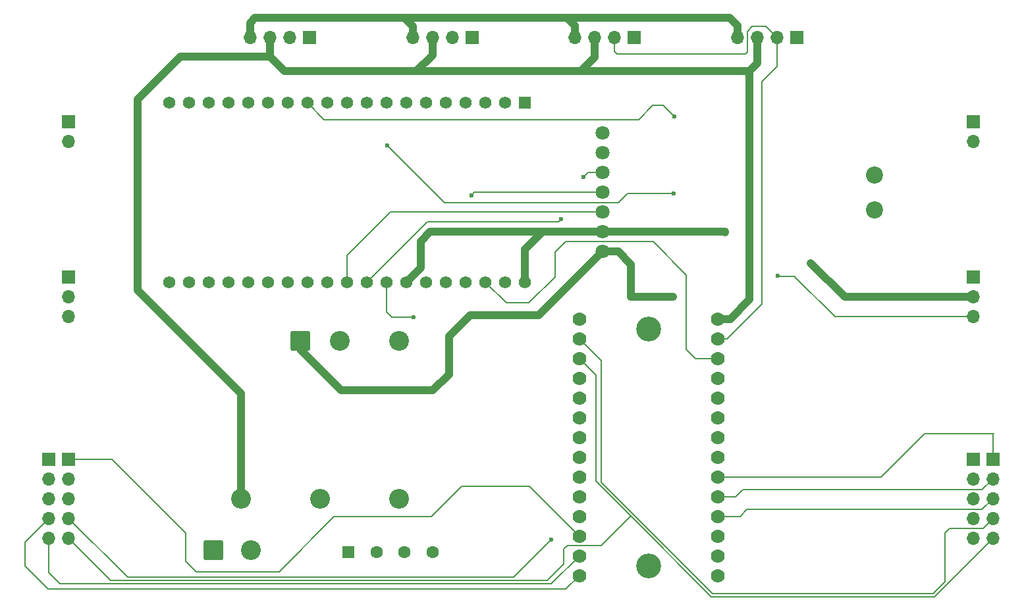
<source format=gbr>
%TF.GenerationSoftware,KiCad,Pcbnew,8.0.6*%
%TF.CreationDate,2025-03-25T20:17:01-07:00*%
%TF.ProjectId,Dash Main,44617368-204d-4616-996e-2e6b69636164,rev?*%
%TF.SameCoordinates,Original*%
%TF.FileFunction,Copper,L2,Bot*%
%TF.FilePolarity,Positive*%
%FSLAX46Y46*%
G04 Gerber Fmt 4.6, Leading zero omitted, Abs format (unit mm)*
G04 Created by KiCad (PCBNEW 8.0.6) date 2025-03-25 20:17:01*
%MOMM*%
%LPD*%
G01*
G04 APERTURE LIST*
G04 Aperture macros list*
%AMRoundRect*
0 Rectangle with rounded corners*
0 $1 Rounding radius*
0 $2 $3 $4 $5 $6 $7 $8 $9 X,Y pos of 4 corners*
0 Add a 4 corners polygon primitive as box body*
4,1,4,$2,$3,$4,$5,$6,$7,$8,$9,$2,$3,0*
0 Add four circle primitives for the rounded corners*
1,1,$1+$1,$2,$3*
1,1,$1+$1,$4,$5*
1,1,$1+$1,$6,$7*
1,1,$1+$1,$8,$9*
0 Add four rect primitives between the rounded corners*
20,1,$1+$1,$2,$3,$4,$5,0*
20,1,$1+$1,$4,$5,$6,$7,0*
20,1,$1+$1,$6,$7,$8,$9,0*
20,1,$1+$1,$8,$9,$2,$3,0*%
G04 Aperture macros list end*
%TA.AperFunction,ComponentPad*%
%ADD10R,1.700000X1.700000*%
%TD*%
%TA.AperFunction,ComponentPad*%
%ADD11O,1.700000X1.700000*%
%TD*%
%TA.AperFunction,ComponentPad*%
%ADD12R,1.560000X1.560000*%
%TD*%
%TA.AperFunction,ComponentPad*%
%ADD13C,1.560000*%
%TD*%
%TA.AperFunction,ComponentPad*%
%ADD14C,1.778000*%
%TD*%
%TA.AperFunction,ComponentPad*%
%ADD15C,3.200000*%
%TD*%
%TA.AperFunction,ComponentPad*%
%ADD16C,1.800000*%
%TD*%
%TA.AperFunction,ComponentPad*%
%ADD17C,2.200000*%
%TD*%
%TA.AperFunction,ComponentPad*%
%ADD18RoundRect,0.249999X-1.025001X-1.025001X1.025001X-1.025001X1.025001X1.025001X-1.025001X1.025001X0*%
%TD*%
%TA.AperFunction,ComponentPad*%
%ADD19C,2.550000*%
%TD*%
%TA.AperFunction,ComponentPad*%
%ADD20RoundRect,0.250000X-0.550000X-0.550000X0.550000X-0.550000X0.550000X0.550000X-0.550000X0.550000X0*%
%TD*%
%TA.AperFunction,ComponentPad*%
%ADD21C,1.600000*%
%TD*%
%TA.AperFunction,ComponentPad*%
%ADD22RoundRect,0.249999X1.025001X1.025001X-1.025001X1.025001X-1.025001X-1.025001X1.025001X-1.025001X0*%
%TD*%
%TA.AperFunction,ViaPad*%
%ADD23C,0.600000*%
%TD*%
%TA.AperFunction,Conductor*%
%ADD24C,1.000000*%
%TD*%
%TA.AperFunction,Conductor*%
%ADD25C,0.200000*%
%TD*%
G04 APERTURE END LIST*
D10*
%TO.P,J11-1,1,Pin_1*%
%TO.N,A0*%
X190615000Y-82567500D03*
D11*
%TO.P,J11-1,2,Pin_2*%
%TO.N,A1*%
X190615000Y-85107500D03*
%TO.P,J11-1,3,Pin_3*%
%TO.N,A2*%
X190615000Y-87647500D03*
%TO.P,J11-1,4,Pin_4*%
%TO.N,A3*%
X190615000Y-90187500D03*
%TO.P,J11-1,5,Pin_5*%
%TO.N,A4*%
X190615000Y-92727500D03*
%TD*%
D10*
%TO.P,J6,1,Pin_1*%
%TO.N,SCL*%
X126166667Y-28320000D03*
D11*
%TO.P,J6,2,Pin_2*%
%TO.N,SDA*%
X123626667Y-28320000D03*
%TO.P,J6,3,Pin_3*%
%TO.N,Regulated 3v3*%
X121086667Y-28320000D03*
%TO.P,J6,4,Pin_4*%
%TO.N,3v3 ground*%
X118546667Y-28320000D03*
%TD*%
D12*
%TO.P,UNIT_2,J2-1,3V3*%
%TO.N,unconnected-(UNIT_2-3V3-PadJ2-1)*%
X132980000Y-36740000D03*
D13*
%TO.P,UNIT_2,J2-2,EN*%
%TO.N,unconnected-(UNIT_2-EN-PadJ2-2)*%
X130440000Y-36740000D03*
%TO.P,UNIT_2,J2-3,SENSOR_VP*%
%TO.N,unconnected-(UNIT_2-SENSOR_VP-PadJ2-3)*%
X127900000Y-36740000D03*
%TO.P,UNIT_2,J2-4,SENSOR_VN*%
%TO.N,unconnected-(UNIT_2-SENSOR_VN-PadJ2-4)*%
X125360000Y-36740000D03*
%TO.P,UNIT_2,J2-5,IO34*%
%TO.N,unconnected-(UNIT_2-IO34-PadJ2-5)*%
X122820000Y-36740000D03*
%TO.P,UNIT_2,J2-6,IO35*%
%TO.N,unconnected-(UNIT_2-IO35-PadJ2-6)*%
X120280000Y-36740000D03*
%TO.P,UNIT_2,J2-7,IO32*%
%TO.N,IO32 Speed*%
X117740000Y-36740000D03*
%TO.P,UNIT_2,J2-8,IO33*%
%TO.N,IO33 RPM*%
X115200000Y-36740000D03*
%TO.P,UNIT_2,J2-9,IO25*%
%TO.N,unconnected-(UNIT_2-IO25-PadJ2-9)*%
X112660000Y-36740000D03*
%TO.P,UNIT_2,J2-10,IO26*%
%TO.N,unconnected-(UNIT_2-IO26-PadJ2-10)*%
X110120000Y-36740000D03*
%TO.P,UNIT_2,J2-11,IO27*%
%TO.N,unconnected-(UNIT_2-IO27-PadJ2-11)*%
X107580000Y-36740000D03*
%TO.P,UNIT_2,J2-12,IO14*%
%TO.N,IO14 Button 2*%
X105040000Y-36740000D03*
%TO.P,UNIT_2,J2-13,IO12*%
%TO.N,IO12 Button 1*%
X102500000Y-36740000D03*
%TO.P,UNIT_2,J2-14,GND1*%
%TO.N,GND*%
X99960000Y-36740000D03*
%TO.P,UNIT_2,J2-15,IO13*%
%TO.N,unconnected-(UNIT_2-IO13-PadJ2-15)*%
X97420000Y-36740000D03*
%TO.P,UNIT_2,J2-16,SD2*%
%TO.N,unconnected-(UNIT_2-SD2-PadJ2-16)*%
X94880000Y-36740000D03*
%TO.P,UNIT_2,J2-17,SD3*%
%TO.N,unconnected-(UNIT_2-SD3-PadJ2-17)*%
X92340000Y-36740000D03*
%TO.P,UNIT_2,J2-18,CMD*%
%TO.N,unconnected-(UNIT_2-CMD-PadJ2-18)*%
X89800000Y-36740000D03*
%TO.P,UNIT_2,J2-19,EXT_5V*%
%TO.N,+5v*%
X87260000Y-36740000D03*
%TO.P,UNIT_2,J3-1,GND3*%
%TO.N,GND*%
X132960000Y-59780000D03*
%TO.P,UNIT_2,J3-2,IO23*%
%TO.N,SI*%
X130420000Y-59780000D03*
%TO.P,UNIT_2,J3-3,IO22*%
%TO.N,SCL*%
X127880000Y-59780000D03*
%TO.P,UNIT_2,J3-4,TXD0*%
%TO.N,unconnected-(UNIT_2-TXD0-PadJ3-4)*%
X125340000Y-59780000D03*
%TO.P,UNIT_2,J3-5,RXD0*%
%TO.N,unconnected-(UNIT_2-RXD0-PadJ3-5)*%
X122800000Y-59780000D03*
%TO.P,UNIT_2,J3-6,IO21*%
%TO.N,SDA*%
X120260000Y-59780000D03*
%TO.P,UNIT_2,J3-7,GND2*%
%TO.N,GND*%
X117720000Y-59780000D03*
%TO.P,UNIT_2,J3-8,IO19*%
%TO.N,SO*%
X115180000Y-59780000D03*
%TO.P,UNIT_2,J3-9,IO18*%
%TO.N,SCK*%
X112640000Y-59780000D03*
%TO.P,UNIT_2,J3-10,IO5*%
%TO.N,CS*%
X110100000Y-59780000D03*
%TO.P,UNIT_2,J3-11,IO17*%
%TO.N,unconnected-(UNIT_2-IO17-PadJ3-11)*%
X107560000Y-59780000D03*
%TO.P,UNIT_2,J3-12,IO16*%
%TO.N,unconnected-(UNIT_2-IO16-PadJ3-12)*%
X105020000Y-59780000D03*
%TO.P,UNIT_2,J3-13,IO4*%
%TO.N,unconnected-(UNIT_2-IO4-PadJ3-13)*%
X102480000Y-59780000D03*
%TO.P,UNIT_2,J3-14,IO0*%
%TO.N,unconnected-(UNIT_2-IO0-PadJ3-14)*%
X99940000Y-59780000D03*
%TO.P,UNIT_2,J3-15,IO2*%
%TO.N,unconnected-(UNIT_2-IO2-PadJ3-15)*%
X97400000Y-59780000D03*
%TO.P,UNIT_2,J3-16,IO15*%
%TO.N,unconnected-(UNIT_2-IO15-PadJ3-16)*%
X94860000Y-59780000D03*
%TO.P,UNIT_2,J3-17,SD1*%
%TO.N,unconnected-(UNIT_2-SD1-PadJ3-17)*%
X92320000Y-59780000D03*
%TO.P,UNIT_2,J3-18,SD0*%
%TO.N,unconnected-(UNIT_2-SD0-PadJ3-18)*%
X89780000Y-59780000D03*
%TO.P,UNIT_2,J3-19,CLK*%
%TO.N,unconnected-(UNIT_2-CLK-PadJ3-19)*%
X87240000Y-59780000D03*
%TD*%
D10*
%TO.P,J1-2,1,Pin_1*%
%TO.N,A13*%
X74300000Y-82575000D03*
D11*
%TO.P,J1-2,2,Pin_2*%
%TO.N,A14*%
X74300000Y-85115000D03*
%TO.P,J1-2,3,Pin_3*%
%TO.N,A15*%
X74300000Y-87655000D03*
%TO.P,J1-2,4,Pin_4*%
%TO.N,C0*%
X74300000Y-90195000D03*
%TO.P,J1-2,5,Pin_5*%
%TO.N,C1*%
X74300000Y-92735000D03*
%TD*%
D10*
%TO.P,J8,1,Pin_1*%
%TO.N,SCL*%
X167933334Y-28320000D03*
D11*
%TO.P,J8,2,Pin_2*%
%TO.N,SDA*%
X165393334Y-28320000D03*
%TO.P,J8,3,Pin_3*%
%TO.N,Regulated 3v3*%
X162853334Y-28320000D03*
%TO.P,J8,4,Pin_4*%
%TO.N,3v3 ground*%
X160313334Y-28320000D03*
%TD*%
D10*
%TO.P,J4,1,Pin_1*%
%TO.N,IO12 Button 1*%
X74300000Y-39145000D03*
D11*
%TO.P,J4,2,Pin_2*%
%TO.N,GND*%
X74300000Y-41685000D03*
%TD*%
D10*
%TO.P,J5,1,Pin_1*%
%TO.N,SCL*%
X105283334Y-28320000D03*
D11*
%TO.P,J5,2,Pin_2*%
%TO.N,SDA*%
X102743334Y-28320000D03*
%TO.P,J5,3,Pin_3*%
%TO.N,Regulated 3v3*%
X100203334Y-28320000D03*
%TO.P,J5,4,Pin_4*%
%TO.N,3v3 ground*%
X97663334Y-28320000D03*
%TD*%
D10*
%TO.P,J10,1,Pin_1*%
%TO.N,GND*%
X190640000Y-59172500D03*
D11*
%TO.P,J10,2,Pin_2*%
%TO.N,+5v*%
X190640000Y-61712500D03*
%TO.P,J10,3,Pin_3*%
%TO.N,IO33 RPM*%
X190640000Y-64252500D03*
%TD*%
D10*
%TO.P,J2,1,Pin_1*%
%TO.N,GND*%
X74300000Y-59165000D03*
D11*
%TO.P,J2,2,Pin_2*%
%TO.N,+5v*%
X74300000Y-61705000D03*
%TO.P,J2,3,Pin_3*%
%TO.N,IO32 Speed*%
X74300000Y-64245000D03*
%TD*%
D14*
%TO.P,U1,1,GND*%
%TO.N,3v3 ground*%
X139970000Y-64520000D03*
%TO.P,U1,2,C0*%
%TO.N,C0*%
X139970000Y-67060000D03*
%TO.P,U1,3,C1*%
%TO.N,C1*%
X139970000Y-69600000D03*
%TO.P,U1,4,C2*%
%TO.N,C2*%
X139970000Y-72140000D03*
%TO.P,U1,5,C3*%
%TO.N,C3*%
X139970000Y-74680000D03*
%TO.P,U1,6,C4*%
%TO.N,C4*%
X139970000Y-77220000D03*
%TO.P,U1,7,C5*%
%TO.N,C5*%
X139970000Y-79760000D03*
%TO.P,U1,8,C6*%
%TO.N,C6*%
X139970000Y-82300000D03*
%TO.P,U1,9,C7*%
%TO.N,C7*%
X139970000Y-84840000D03*
%TO.P,U1,10,A15*%
%TO.N,A15*%
X139970000Y-87380000D03*
%TO.P,U1,11,A14*%
%TO.N,A14*%
X139970000Y-89920000D03*
%TO.P,U1,12,A13*%
%TO.N,A13*%
X139970000Y-92460000D03*
%TO.P,U1,13,A12*%
%TO.N,A12*%
X139970000Y-95000000D03*
%TO.P,U1,14,A11*%
%TO.N,A11*%
X139970000Y-97540000D03*
%TO.P,U1,15,A10*%
%TO.N,A10*%
X157750000Y-97540000D03*
%TO.P,U1,16,A9*%
%TO.N,A9*%
X157750000Y-95000000D03*
%TO.P,U1,17,A8*%
%TO.N,A8*%
X157750000Y-92460000D03*
%TO.P,U1,18,A7*%
%TO.N,A7*%
X157750000Y-89920000D03*
%TO.P,U1,19,A6*%
%TO.N,A6*%
X157750000Y-87380000D03*
%TO.P,U1,20,A5*%
%TO.N,A5*%
X157750000Y-84840000D03*
%TO.P,U1,21,A4*%
%TO.N,A4*%
X157750000Y-82300000D03*
%TO.P,U1,22,A3*%
%TO.N,A3*%
X157750000Y-79760000D03*
%TO.P,U1,23,A2*%
%TO.N,A2*%
X157750000Y-77220000D03*
%TO.P,U1,24,A1*%
%TO.N,A1*%
X157750000Y-74680000D03*
%TO.P,U1,25,A0*%
%TO.N,A0*%
X157750000Y-72140000D03*
%TO.P,U1,26,SCL*%
%TO.N,SCL*%
X157750000Y-69600000D03*
%TO.P,U1,27,SDA*%
%TO.N,SDA*%
X157750000Y-67060000D03*
%TO.P,U1,28,VDD*%
%TO.N,Regulated 3v3*%
X157750000Y-64520000D03*
D15*
%TO.P,U1,P$1*%
%TO.N,N/C*%
X148860000Y-65790000D03*
X148860000Y-96270000D03*
%TD*%
D10*
%TO.P,J11-2,1,Pin_1*%
%TO.N,A5*%
X193155000Y-82567500D03*
D11*
%TO.P,J11-2,2,Pin_2*%
%TO.N,A6*%
X193155000Y-85107500D03*
%TO.P,J11-2,3,Pin_3*%
%TO.N,A7*%
X193155000Y-87647500D03*
%TO.P,J11-2,4,Pin_4*%
%TO.N,C0*%
X193155000Y-90187500D03*
%TO.P,J11-2,5,Pin_5*%
%TO.N,C1*%
X193155000Y-92727500D03*
%TD*%
D10*
%TO.P,J9,1,Pin_1*%
%TO.N,IO14 Button 2*%
X190640000Y-39152500D03*
D11*
%TO.P,J9,2,Pin_2*%
%TO.N,GND*%
X190640000Y-41692500D03*
%TD*%
D10*
%TO.P,J7,1,Pin_1*%
%TO.N,SCL*%
X147050000Y-28320000D03*
D11*
%TO.P,J7,2,Pin_2*%
%TO.N,SDA*%
X144510000Y-28320000D03*
%TO.P,J7,3,Pin_3*%
%TO.N,Regulated 3v3*%
X141970000Y-28320000D03*
%TO.P,J7,4,Pin_4*%
%TO.N,3v3 ground*%
X139430000Y-28320000D03*
%TD*%
D10*
%TO.P,J1-1,1,Pin_1*%
%TO.N,A8*%
X71760000Y-82575000D03*
D11*
%TO.P,J1-1,2,Pin_2*%
%TO.N,A9*%
X71760000Y-85115000D03*
%TO.P,J1-1,3,Pin_3*%
%TO.N,A10*%
X71760000Y-87655000D03*
%TO.P,J1-1,4,Pin_4*%
%TO.N,A11*%
X71760000Y-90195000D03*
%TO.P,J1-1,5,Pin_5*%
%TO.N,A12*%
X71760000Y-92735000D03*
%TD*%
D16*
%TO.P,UNIT_1,1,INT*%
%TO.N,unconnected-(UNIT_1-INT-Pad1)*%
X142980000Y-40640000D03*
%TO.P,UNIT_1,2,SCK*%
%TO.N,SCK*%
X142980000Y-43180000D03*
%TO.P,UNIT_1,3,SI*%
%TO.N,SI*%
X142980000Y-45720000D03*
%TO.P,UNIT_1,4,SO*%
%TO.N,SO*%
X142980000Y-48260000D03*
%TO.P,UNIT_1,5,CS*%
%TO.N,CS*%
X142980000Y-50800000D03*
%TO.P,UNIT_1,6,GND*%
%TO.N,GND*%
X142980000Y-53340000D03*
%TO.P,UNIT_1,7,VCC*%
%TO.N,+5v*%
X142980000Y-55880000D03*
D17*
%TO.P,UNIT_1,8,High_CAN*%
%TO.N,High*%
X177960000Y-46020000D03*
%TO.P,UNIT_1,9,Low_CAN*%
%TO.N,Low*%
X177960000Y-50520000D03*
%TD*%
D18*
%TO.P,J12,1,Pin_1*%
%TO.N,+5v*%
X92960000Y-94300000D03*
D19*
%TO.P,J12,2,Pin_2*%
%TO.N,GND*%
X97760000Y-94300000D03*
%TD*%
D20*
%TO.P,J1,1,Pin_1*%
%TO.N,High*%
X110300000Y-94500000D03*
D21*
%TO.P,J1,2,Pin_2*%
%TO.N,Low*%
X113900000Y-94500000D03*
%TO.P,J1,3,Pin_3*%
%TO.N,High*%
X117500000Y-94500000D03*
%TO.P,J1,4,Pin_4*%
%TO.N,Low*%
X121100000Y-94500000D03*
%TD*%
D22*
%TO.P,U2,1,Vin*%
%TO.N,+5v*%
X104070000Y-67360000D03*
D19*
%TO.P,U2,2,GND*%
%TO.N,GND*%
X109160000Y-67360000D03*
%TO.P,U2,3,Vout*%
%TO.N,Regulated 3v3*%
X96460000Y-87670000D03*
%TO.P,U2,4,Trim*%
%TO.N,unconnected-(U2-Trim-Pad4)*%
X106620000Y-87670000D03*
%TO.P,U2,5,-Vout*%
%TO.N,3v3 ground*%
X116780000Y-87670000D03*
%TO.P,U2,6,R.C*%
%TO.N,unconnected-(U2-R.C-Pad6)*%
X116780000Y-67360000D03*
%TD*%
D23*
%TO.N,+5v*%
X152000000Y-61640000D03*
X169730000Y-57360000D03*
%TO.N,IO33 RPM*%
X152100000Y-48390000D03*
X115250000Y-42180000D03*
X165500000Y-58960000D03*
%TO.N,GND*%
X158750000Y-53350000D03*
%TO.N,IO14 Button 2*%
X152220000Y-38520000D03*
%TO.N,C0*%
X136380000Y-92910000D03*
%TO.N,SI*%
X140510000Y-46290000D03*
%TO.N,SCK*%
X137640000Y-51680000D03*
%TO.N,SO*%
X118640000Y-64330000D03*
X126110000Y-48630000D03*
%TD*%
D24*
%TO.N,+5v*%
X123200000Y-66780000D02*
X125910000Y-64070000D01*
X146640000Y-61680000D02*
X151960000Y-61680000D01*
X121143037Y-73690000D02*
X123200000Y-71633037D01*
X104070000Y-68430000D02*
X109330000Y-73690000D01*
X125910000Y-64070000D02*
X134790000Y-64070000D01*
X104070000Y-67360000D02*
X104070000Y-68430000D01*
X146640000Y-57530000D02*
X146640000Y-61680000D01*
X144990000Y-55880000D02*
X146640000Y-57530000D01*
X134790000Y-64070000D02*
X142980000Y-55880000D01*
X169730000Y-57360000D02*
X174082500Y-61712500D01*
X123200000Y-71633037D02*
X123200000Y-66780000D01*
X142980000Y-55880000D02*
X144990000Y-55880000D01*
X174082500Y-61712500D02*
X190640000Y-61712500D01*
X109330000Y-73690000D02*
X121143037Y-73690000D01*
X151960000Y-61680000D02*
X152000000Y-61640000D01*
D25*
%TO.N,IO33 RPM*%
X145030000Y-49570000D02*
X122640000Y-49570000D01*
X122640000Y-49570000D02*
X115250000Y-42180000D01*
X152100000Y-48390000D02*
X146210000Y-48390000D01*
X172872500Y-64252500D02*
X167640000Y-59020000D01*
X146210000Y-48390000D02*
X145030000Y-49570000D01*
X165560000Y-59020000D02*
X165500000Y-58960000D01*
X167640000Y-59020000D02*
X165560000Y-59020000D01*
X190640000Y-64252500D02*
X172872500Y-64252500D01*
D24*
%TO.N,GND*%
X135220000Y-53340000D02*
X132960000Y-55600000D01*
X132960000Y-55600000D02*
X132960000Y-59780000D01*
X117720000Y-59780000D02*
X119560000Y-57940000D01*
X119560000Y-54530000D02*
X120750000Y-53340000D01*
X142980000Y-53340000D02*
X158740000Y-53340000D01*
X120750000Y-53340000D02*
X142980000Y-53340000D01*
X158740000Y-53340000D02*
X158750000Y-53350000D01*
X142980000Y-53340000D02*
X135220000Y-53340000D01*
X119560000Y-57940000D02*
X119560000Y-54530000D01*
%TO.N,Regulated 3v3*%
X140180000Y-32640000D02*
X141970000Y-30850000D01*
X121086667Y-30583333D02*
X121086667Y-28320000D01*
X137300000Y-32640000D02*
X140180000Y-32640000D01*
X88686666Y-30803334D02*
X83190000Y-36300000D01*
X161860000Y-32640000D02*
X162900000Y-31600000D01*
X100203334Y-28320000D02*
X100203334Y-30803334D01*
X83190000Y-60820000D02*
X96460000Y-74090000D01*
X119030000Y-32640000D02*
X121086667Y-30583333D01*
X96460000Y-74090000D02*
X96460000Y-87670000D01*
X161860000Y-32640000D02*
X161860000Y-62019186D01*
X83190000Y-36300000D02*
X83190000Y-60820000D01*
X137300000Y-32640000D02*
X161860000Y-32640000D01*
X117970000Y-32640000D02*
X119030000Y-32640000D01*
X162900000Y-31600000D02*
X162900000Y-28366666D01*
X161860000Y-62019186D02*
X159359186Y-64520000D01*
X100203334Y-30803334D02*
X102040000Y-32640000D01*
X100203334Y-30803334D02*
X88686666Y-30803334D01*
X117970000Y-32640000D02*
X137300000Y-32640000D01*
X141970000Y-30850000D02*
X141970000Y-28320000D01*
X159359186Y-64520000D02*
X157750000Y-64520000D01*
X162900000Y-28366666D02*
X162853334Y-28320000D01*
X102040000Y-32640000D02*
X117970000Y-32640000D01*
D25*
%TO.N,SDA*%
X162220000Y-26880000D02*
X163953334Y-26880000D01*
X144510000Y-28320000D02*
X144510000Y-30070000D01*
X161550000Y-27550000D02*
X162220000Y-26880000D01*
X163470000Y-34010000D02*
X165393334Y-32086666D01*
X161550000Y-30220000D02*
X161550000Y-27550000D01*
X165393334Y-32086666D02*
X165393334Y-28320000D01*
X163953334Y-26880000D02*
X165393334Y-28320000D01*
X159007235Y-67060000D02*
X163470000Y-62597235D01*
X161350000Y-30420000D02*
X161550000Y-30220000D01*
X144510000Y-30070000D02*
X144860000Y-30420000D01*
X144860000Y-30420000D02*
X161350000Y-30420000D01*
X163470000Y-62597235D02*
X163470000Y-34010000D01*
X157750000Y-67060000D02*
X159007235Y-67060000D01*
%TO.N,SCL*%
X153730000Y-58850000D02*
X149480000Y-54600000D01*
X153730000Y-68460000D02*
X153730000Y-58850000D01*
X154870000Y-69600000D02*
X153730000Y-68460000D01*
X136830000Y-55960000D02*
X136830000Y-59170000D01*
X138190000Y-54600000D02*
X136830000Y-55960000D01*
X157750000Y-69600000D02*
X154870000Y-69600000D01*
X130580000Y-62480000D02*
X127880000Y-59780000D01*
X133520000Y-62480000D02*
X130580000Y-62480000D01*
X136830000Y-59170000D02*
X133520000Y-62480000D01*
X149480000Y-54600000D02*
X138190000Y-54600000D01*
%TO.N,IO14 Button 2*%
X147580000Y-38870000D02*
X107170000Y-38870000D01*
X150780000Y-37080000D02*
X149370000Y-37080000D01*
X149370000Y-37080000D02*
X147580000Y-38870000D01*
X152220000Y-38520000D02*
X150780000Y-37080000D01*
X107170000Y-38870000D02*
X105040000Y-36740000D01*
%TO.N,C0*%
X142800000Y-69890000D02*
X139970000Y-67060000D01*
X187620000Y-91460000D02*
X186970000Y-92110000D01*
X193155000Y-90187500D02*
X191882500Y-91460000D01*
X191882500Y-91460000D02*
X187620000Y-91460000D01*
X157130000Y-99860000D02*
X142800000Y-85530000D01*
X186970000Y-92110000D02*
X186970000Y-98346814D01*
X142800000Y-85530000D02*
X142800000Y-69890000D01*
X74300000Y-90195000D02*
X81895000Y-97790000D01*
X185456814Y-99860000D02*
X157130000Y-99860000D01*
X81895000Y-97790000D02*
X84590000Y-97790000D01*
X84590000Y-97790000D02*
X131500000Y-97790000D01*
X131500000Y-97790000D02*
X136380000Y-92910000D01*
X186970000Y-98346814D02*
X185456814Y-99860000D01*
%TO.N,A7*%
X193155000Y-87647500D02*
X191765000Y-89037500D01*
X161502500Y-89037500D02*
X160620000Y-89920000D01*
X191765000Y-89037500D02*
X161502500Y-89037500D01*
X160620000Y-89920000D02*
X157750000Y-89920000D01*
%TO.N,A6*%
X160982500Y-86497500D02*
X160100000Y-87380000D01*
X193155000Y-85107500D02*
X191765000Y-86497500D01*
X191765000Y-86497500D02*
X160982500Y-86497500D01*
X160100000Y-87380000D02*
X157750000Y-87380000D01*
%TO.N,A12*%
X136380000Y-98590000D02*
X73230000Y-98590000D01*
X73230000Y-98590000D02*
X71760000Y-97120000D01*
X139970000Y-95000000D02*
X136380000Y-98590000D01*
X71760000Y-97120000D02*
X71760000Y-92735000D01*
%TO.N,A11*%
X139970000Y-97540000D02*
X138200000Y-99310000D01*
X68730000Y-96350000D02*
X68730000Y-93225000D01*
X68730000Y-93225000D02*
X71760000Y-90195000D01*
X71690000Y-99310000D02*
X68730000Y-96350000D01*
X138200000Y-99310000D02*
X71690000Y-99310000D01*
%TO.N,A5*%
X178770000Y-84840000D02*
X157750000Y-84840000D01*
X184340000Y-79270000D02*
X178770000Y-84840000D01*
X193155000Y-82567500D02*
X193155000Y-79345000D01*
X193155000Y-79345000D02*
X193230000Y-79270000D01*
X193230000Y-79270000D02*
X184340000Y-79270000D01*
D24*
%TO.N,3v3 ground*%
X116660000Y-25817693D02*
X138210000Y-25817693D01*
X138210000Y-25817693D02*
X138407693Y-25817693D01*
X138407693Y-25817693D02*
X139430000Y-26840000D01*
X97663334Y-28320000D02*
X97663334Y-26426666D01*
X138210000Y-25817693D02*
X159327693Y-25817693D01*
X98272307Y-25817693D02*
X116660000Y-25817693D01*
X118560000Y-26870000D02*
X118546667Y-26883333D01*
X160313334Y-26803334D02*
X160313334Y-28320000D01*
X116660000Y-25817693D02*
X117507693Y-25817693D01*
X118546667Y-26883333D02*
X118546667Y-28320000D01*
X139430000Y-26840000D02*
X139430000Y-28320000D01*
X159327693Y-25817693D02*
X160313334Y-26803334D01*
X117507693Y-25817693D02*
X118560000Y-26870000D01*
X97663334Y-26426666D02*
X98272307Y-25817693D01*
D25*
%TO.N,A13*%
X89400000Y-95700000D02*
X90750000Y-97050000D01*
X79885000Y-82575000D02*
X89400000Y-92090000D01*
X120910000Y-89980000D02*
X124820000Y-86070000D01*
X74300000Y-82575000D02*
X79885000Y-82575000D01*
X90750000Y-97050000D02*
X101370000Y-97050000D01*
X133580000Y-86070000D02*
X133590000Y-86080000D01*
X108440000Y-89980000D02*
X120910000Y-89980000D01*
X101370000Y-97050000D02*
X108440000Y-89980000D01*
X133590000Y-86080000D02*
X139970000Y-92460000D01*
X89400000Y-92090000D02*
X89400000Y-95700000D01*
X124820000Y-86070000D02*
X133580000Y-86070000D01*
%TO.N,C1*%
X79755000Y-98190000D02*
X135880000Y-98190000D01*
X142090000Y-85400000D02*
X142090000Y-71720000D01*
X156950000Y-100260000D02*
X146600000Y-89910000D01*
X146600000Y-89910000D02*
X142090000Y-85400000D01*
X138450000Y-93700000D02*
X142810000Y-93700000D01*
X135880000Y-98190000D02*
X138010000Y-96060000D01*
X193155000Y-92727500D02*
X185622500Y-100260000D01*
X146525000Y-89985000D02*
X146525000Y-89835000D01*
X185622500Y-100260000D02*
X156950000Y-100260000D01*
X142810000Y-93700000D02*
X146525000Y-89985000D01*
X142090000Y-71720000D02*
X139970000Y-69600000D01*
X138010000Y-96060000D02*
X138010000Y-94140000D01*
X74300000Y-92735000D02*
X79755000Y-98190000D01*
X138010000Y-94140000D02*
X138450000Y-93700000D01*
%TO.N,SI*%
X141080000Y-45720000D02*
X140510000Y-46290000D01*
X142980000Y-45720000D02*
X141080000Y-45720000D01*
%TO.N,SCK*%
X112640000Y-59780000D02*
X120420000Y-52000000D01*
X120420000Y-52000000D02*
X137300000Y-52000000D01*
X137300000Y-52000000D02*
X137620000Y-51680000D01*
X137620000Y-51680000D02*
X137640000Y-51680000D01*
%TO.N,CS*%
X110100000Y-56370000D02*
X115670000Y-50800000D01*
X115670000Y-50800000D02*
X142980000Y-50800000D01*
X110100000Y-59780000D02*
X110100000Y-56370000D01*
%TO.N,SO*%
X115180000Y-63670000D02*
X115180000Y-59780000D01*
X115840000Y-64330000D02*
X115180000Y-63670000D01*
X142980000Y-48260000D02*
X126480000Y-48260000D01*
X118640000Y-64330000D02*
X115840000Y-64330000D01*
X126480000Y-48260000D02*
X126110000Y-48630000D01*
%TD*%
M02*

</source>
